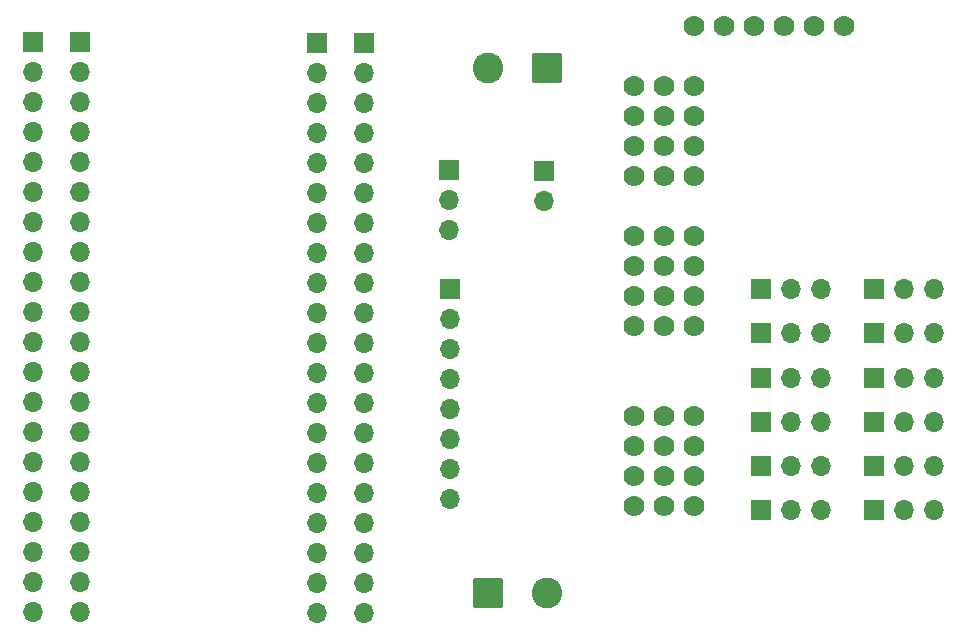
<source format=gbr>
%TF.GenerationSoftware,KiCad,Pcbnew,9.0.0*%
%TF.CreationDate,2025-03-26T16:26:24-04:00*%
%TF.ProjectId,spotmicro20mm,73706f74-6d69-4637-926f-32306d6d2e6b,rev?*%
%TF.SameCoordinates,Original*%
%TF.FileFunction,Soldermask,Bot*%
%TF.FilePolarity,Negative*%
%FSLAX46Y46*%
G04 Gerber Fmt 4.6, Leading zero omitted, Abs format (unit mm)*
G04 Created by KiCad (PCBNEW 9.0.0) date 2025-03-26 16:26:24*
%MOMM*%
%LPD*%
G01*
G04 APERTURE LIST*
G04 Aperture macros list*
%AMRoundRect*
0 Rectangle with rounded corners*
0 $1 Rounding radius*
0 $2 $3 $4 $5 $6 $7 $8 $9 X,Y pos of 4 corners*
0 Add a 4 corners polygon primitive as box body*
4,1,4,$2,$3,$4,$5,$6,$7,$8,$9,$2,$3,0*
0 Add four circle primitives for the rounded corners*
1,1,$1+$1,$2,$3*
1,1,$1+$1,$4,$5*
1,1,$1+$1,$6,$7*
1,1,$1+$1,$8,$9*
0 Add four rect primitives between the rounded corners*
20,1,$1+$1,$2,$3,$4,$5,0*
20,1,$1+$1,$4,$5,$6,$7,0*
20,1,$1+$1,$6,$7,$8,$9,0*
20,1,$1+$1,$8,$9,$2,$3,0*%
G04 Aperture macros list end*
%ADD10R,1.700000X1.700000*%
%ADD11O,1.700000X1.700000*%
%ADD12RoundRect,0.250000X1.050000X1.050000X-1.050000X1.050000X-1.050000X-1.050000X1.050000X-1.050000X0*%
%ADD13C,2.600000*%
%ADD14RoundRect,0.250000X-1.050000X-1.050000X1.050000X-1.050000X1.050000X1.050000X-1.050000X1.050000X0*%
%ADD15C,1.778000*%
G04 APERTURE END LIST*
D10*
%TO.C,J9*%
X146170000Y-88000000D03*
D11*
X148710000Y-88000000D03*
X151250000Y-88000000D03*
%TD*%
D10*
%TO.C,J14*%
X88500000Y-63360000D03*
D11*
X88500000Y-65900000D03*
X88500000Y-68440000D03*
X88500000Y-70980000D03*
X88500000Y-73520000D03*
X88500000Y-76060000D03*
X88500000Y-78600000D03*
X88500000Y-81140000D03*
X88500000Y-83680000D03*
X88500000Y-86220000D03*
X88500000Y-88760000D03*
X88500000Y-91300000D03*
X88500000Y-93840000D03*
X88500000Y-96380000D03*
X88500000Y-98920000D03*
X88500000Y-101460000D03*
X88500000Y-104000000D03*
X88500000Y-106540000D03*
X88500000Y-109080000D03*
X88500000Y-111620000D03*
%TD*%
D10*
%TO.C,J6*%
X155670000Y-99250000D03*
D11*
X158210000Y-99250000D03*
X160750000Y-99250000D03*
%TD*%
D10*
%TO.C,J18*%
X127750000Y-74250000D03*
D11*
X127750000Y-76790000D03*
%TD*%
D12*
%TO.C,J21*%
X127993453Y-65577500D03*
D13*
X122993453Y-65577500D03*
%TD*%
D10*
%TO.C,J4*%
X155670000Y-91750000D03*
D11*
X158210000Y-91750000D03*
X160750000Y-91750000D03*
%TD*%
D10*
%TO.C,J17*%
X112500000Y-63400000D03*
D11*
X112500000Y-65940000D03*
X112500000Y-68480000D03*
X112500000Y-71020000D03*
X112500000Y-73560000D03*
X112500000Y-76100000D03*
X112500000Y-78640000D03*
X112500000Y-81180000D03*
X112500000Y-83720000D03*
X112500000Y-86260000D03*
X112500000Y-88800000D03*
X112500000Y-91340000D03*
X112500000Y-93880000D03*
X112500000Y-96420000D03*
X112500000Y-98960000D03*
X112500000Y-101500000D03*
X112500000Y-104040000D03*
X112500000Y-106580000D03*
X112500000Y-109120000D03*
X112500000Y-111660000D03*
%TD*%
D10*
%TO.C,J13*%
X146170000Y-103000000D03*
D11*
X148710000Y-103000000D03*
X151250000Y-103000000D03*
%TD*%
D10*
%TO.C,J3*%
X155670000Y-88000000D03*
D11*
X158210000Y-88000000D03*
X160750000Y-88000000D03*
%TD*%
D10*
%TO.C,J15*%
X108500000Y-63400000D03*
D11*
X108500000Y-65940000D03*
X108500000Y-68480000D03*
X108500000Y-71020000D03*
X108500000Y-73560000D03*
X108500000Y-76100000D03*
X108500000Y-78640000D03*
X108500000Y-81180000D03*
X108500000Y-83720000D03*
X108500000Y-86260000D03*
X108500000Y-88800000D03*
X108500000Y-91340000D03*
X108500000Y-93880000D03*
X108500000Y-96420000D03*
X108500000Y-98960000D03*
X108500000Y-101500000D03*
X108500000Y-104040000D03*
X108500000Y-106580000D03*
X108500000Y-109120000D03*
X108500000Y-111660000D03*
%TD*%
D10*
%TO.C,J11*%
X146170000Y-95500000D03*
D11*
X148710000Y-95500000D03*
X151250000Y-95500000D03*
%TD*%
D14*
%TO.C,J1*%
X123000000Y-110000000D03*
D13*
X128000000Y-110000000D03*
%TD*%
D10*
%TO.C,J16*%
X84500000Y-63360000D03*
D11*
X84500000Y-65900000D03*
X84500000Y-68440000D03*
X84500000Y-70980000D03*
X84500000Y-73520000D03*
X84500000Y-76060000D03*
X84500000Y-78600000D03*
X84500000Y-81140000D03*
X84500000Y-83680000D03*
X84500000Y-86220000D03*
X84500000Y-88760000D03*
X84500000Y-91300000D03*
X84500000Y-93840000D03*
X84500000Y-96380000D03*
X84500000Y-98920000D03*
X84500000Y-101460000D03*
X84500000Y-104000000D03*
X84500000Y-106540000D03*
X84500000Y-109080000D03*
X84500000Y-111620000D03*
%TD*%
D10*
%TO.C,J8*%
X146170000Y-84250000D03*
D11*
X148710000Y-84250000D03*
X151250000Y-84250000D03*
%TD*%
D10*
%TO.C,J5*%
X155670000Y-95500000D03*
D11*
X158210000Y-95500000D03*
X160750000Y-95500000D03*
%TD*%
D10*
%TO.C,J10*%
X146170000Y-91750000D03*
D11*
X148710000Y-91750000D03*
X151250000Y-91750000D03*
%TD*%
D10*
%TO.C,J20*%
X119800000Y-84260000D03*
D11*
X119800000Y-86800000D03*
X119800000Y-89340000D03*
X119800000Y-91880000D03*
X119800000Y-94420000D03*
X119800000Y-96960000D03*
X119800000Y-99500000D03*
X119800000Y-102040000D03*
%TD*%
D10*
%TO.C,J12*%
X146170000Y-99250000D03*
D11*
X148710000Y-99250000D03*
X151250000Y-99250000D03*
%TD*%
D10*
%TO.C,J19*%
X119750000Y-74210000D03*
D11*
X119750000Y-76750000D03*
X119750000Y-79290000D03*
%TD*%
D10*
%TO.C,J7*%
X155670000Y-103000000D03*
D11*
X158210000Y-103000000D03*
X160750000Y-103000000D03*
%TD*%
D15*
%TO.C,U2*%
X140440000Y-67050000D03*
X140440000Y-69590000D03*
X140440000Y-72130000D03*
X140440000Y-74670000D03*
X140440000Y-79750000D03*
X140440000Y-82290000D03*
X140440000Y-84830000D03*
X140440000Y-87370000D03*
X140440000Y-94990000D03*
X140440000Y-97530000D03*
X140440000Y-100070000D03*
X140440000Y-102610000D03*
X153140000Y-61970000D03*
X135360000Y-67050000D03*
X135360000Y-69590000D03*
X135360000Y-72130000D03*
X135360000Y-74670000D03*
X135360000Y-79750000D03*
X135360000Y-82290000D03*
X135360000Y-84830000D03*
X135360000Y-87370000D03*
X135360000Y-94990000D03*
X135360000Y-97530000D03*
X135360000Y-100070000D03*
X135360000Y-102610000D03*
X150600000Y-61970000D03*
X148060000Y-61970000D03*
X145520000Y-61970000D03*
X140440000Y-61970000D03*
X137900000Y-67050000D03*
X137900000Y-69590000D03*
X137900000Y-72130000D03*
X137900000Y-74670000D03*
X137900000Y-79750000D03*
X137900000Y-82290000D03*
X137900000Y-84830000D03*
X137900000Y-87370000D03*
X137900000Y-94990000D03*
X137900000Y-97530000D03*
X137900000Y-100070000D03*
X137900000Y-102610000D03*
X142980000Y-61970000D03*
%TD*%
D10*
%TO.C,J2*%
X155670000Y-84250000D03*
D11*
X158210000Y-84250000D03*
X160750000Y-84250000D03*
%TD*%
M02*

</source>
